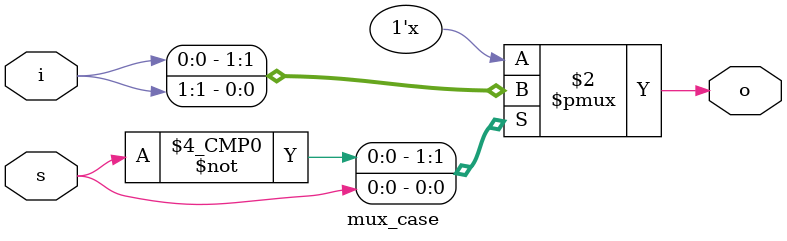
<source format=v>
module mux_case(s,i,o);
  input [3:0]i;
  input s;
  output reg o;
  always @(*)
  begin
    case(s)
      2'b00 : o=i[0];
      2'b01 : o=i[1];
      2'b10 : o=i[2];
      2'b11 : o=i[3];
    endcase
  end
endmodule

</source>
